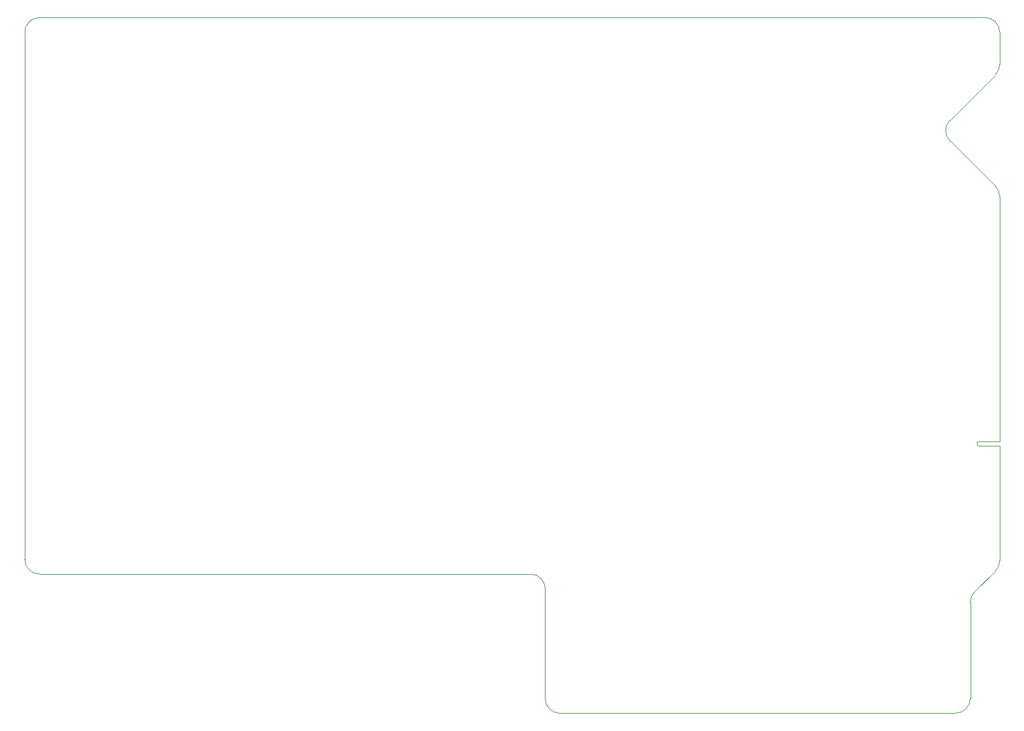
<source format=gm1>
G04 #@! TF.GenerationSoftware,KiCad,Pcbnew,(7.0.0)*
G04 #@! TF.CreationDate,2024-01-17T20:31:31+01:00*
G04 #@! TF.ProjectId,junon-kb,6a756e6f-6e2d-46b6-922e-6b696361645f,rev?*
G04 #@! TF.SameCoordinates,Original*
G04 #@! TF.FileFunction,Profile,NP*
%FSLAX46Y46*%
G04 Gerber Fmt 4.6, Leading zero omitted, Abs format (unit mm)*
G04 Created by KiCad (PCBNEW (7.0.0)) date 2024-01-17 20:31:31*
%MOMM*%
%LPD*%
G01*
G04 APERTURE LIST*
G04 #@! TA.AperFunction,Profile*
%ADD10C,0.100000*%
G04 #@! TD*
G04 APERTURE END LIST*
D10*
X201000032Y-60456854D02*
G75*
G03*
X200414213Y-59042640I-2000032J-46D01*
G01*
X194214188Y-50014187D02*
G75*
G03*
X194214214Y-52842639I1414212J-1414213D01*
G01*
X200414214Y-43814213D02*
G75*
G03*
X201000000Y-42400000I-1414214J1414213D01*
G01*
X201000000Y-42400000D02*
X201000000Y-38000000D01*
X194214214Y-50014213D02*
X200414214Y-43814213D01*
X200414213Y-59042640D02*
X194214213Y-52842640D01*
X201000000Y-88700000D02*
X201000000Y-60456854D01*
X201000000Y-110171573D02*
X201000000Y-97700000D01*
X201000000Y-38000000D02*
G75*
G03*
X199000000Y-36000000I-2000000J0D01*
G01*
X197000000Y-129000000D02*
X197000000Y-115828427D01*
X70000000Y-112000000D02*
X137000000Y-112000000D01*
X197585773Y-114414199D02*
G75*
G03*
X197000000Y-115828427I1414227J-1414201D01*
G01*
X70000000Y-36000000D02*
G75*
G03*
X68000000Y-38000000I0J-2000000D01*
G01*
X200414228Y-111585800D02*
G75*
G03*
X201000000Y-110171573I-1414228J1414200D01*
G01*
X199000000Y-36000000D02*
X70000000Y-36000000D01*
X139000000Y-129000000D02*
G75*
G03*
X141000000Y-131000000I2000000J0D01*
G01*
X68000000Y-38000000D02*
X68000000Y-110000000D01*
X139000000Y-114000000D02*
X139000000Y-129000000D01*
X139000000Y-114000000D02*
G75*
G03*
X137000000Y-112000000I-2000000J0D01*
G01*
X141000000Y-131000000D02*
X195000000Y-131000000D01*
X195000000Y-131000000D02*
G75*
G03*
X197000000Y-129000000I0J2000000D01*
G01*
X68000000Y-110000000D02*
G75*
G03*
X70000000Y-112000000I2000000J0D01*
G01*
X197585787Y-114414213D02*
X200414214Y-111585786D01*
X198200000Y-93900000D02*
G75*
G03*
X198200000Y-94500000I0J-300000D01*
G01*
X201000000Y-94500000D02*
X201000000Y-97700000D01*
X201000000Y-94500000D02*
X198200000Y-94500000D01*
X201000000Y-93900000D02*
X198200000Y-93900000D01*
X201000000Y-88700000D02*
X201000000Y-93900000D01*
M02*

</source>
